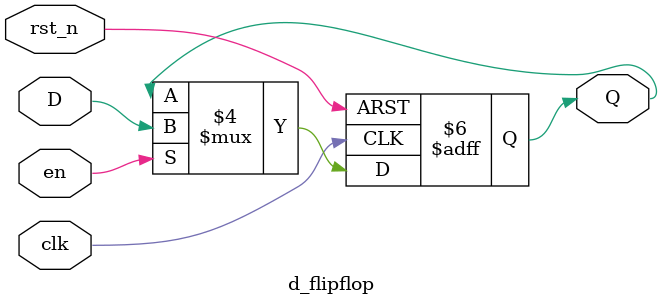
<source format=sv>
module d_flipflop(
    input  logic clk,
    input  logic rst_n,
    input  logic en,
    input  logic D,
    output logic Q
);

always_ff@(posedge clk, negedge rst_n) begin
    if(!rst_n)      Q  <=  0;
    else if(en)     Q  <=  D;
    else            Q  <=  Q;
end
endmodule




</source>
